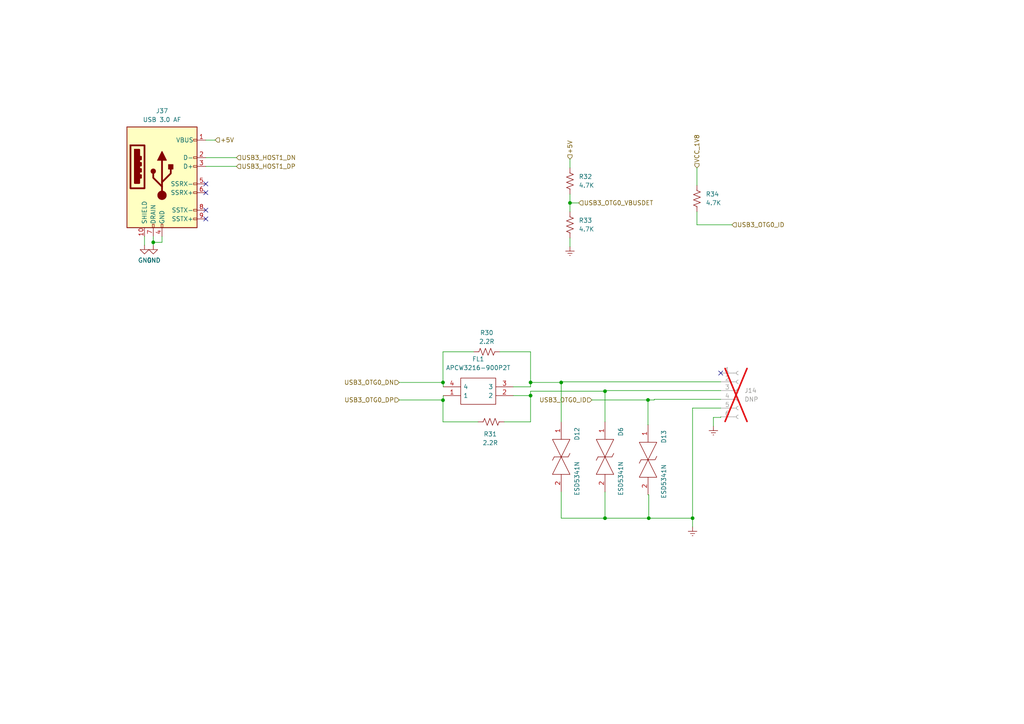
<source format=kicad_sch>
(kicad_sch (version 20231120) (generator "eeschema") (generator_version "8.0")
  (paper "A4")
  (lib_symbols
    (symbol "Connector:Conn_01x06_Socket" (pin_names (offset 1.016) hide)
      (property "Reference" "J" (at 0 7.62 0))
      (property "Value" "Conn_01x06_Socket" (at 0 -10.16 0))
      (symbol "Conn_01x06_Socket_1_1"
        (arc (start 0 -7.112) (mid -0.5058 -7.62) (end 0 -8.128) (stroke (width 0.1524)))
        (arc (start 0 -4.572) (mid -0.5058 -5.08) (end 0 -5.588) (stroke (width 0.1524)))
        (arc (start 0 -2.032) (mid -0.5058 -2.54) (end 0 -3.048) (stroke (width 0.1524)))
        (polyline (pts (xy -1.27 -7.62) (xy -0.508 -7.62)) (stroke (width 0.1524)))
        (polyline (pts (xy -1.27 -5.08) (xy -0.508 -5.08)) (stroke (width 0.1524)))
        (polyline (pts (xy -1.27 -2.54) (xy -0.508 -2.54)) (stroke (width 0.1524)))
        (polyline (pts (xy -1.27 0) (xy -0.508 0)) (stroke (width 0.1524)))
        (polyline (pts (xy -1.27 2.54) (xy -0.508 2.54)) (stroke (width 0.1524)))
        (polyline (pts (xy -1.27 5.08) (xy -0.508 5.08)) (stroke (width 0.1524)))
        (arc (start 0 0.508) (mid -0.5058 0) (end 0 -0.508) (stroke (width 0.1524)))
        (arc (start 0 3.048) (mid -0.5058 2.54) (end 0 2.032) (stroke (width 0.1524)))
        (arc (start 0 5.588) (mid -0.5058 5.08) (end 0 4.572) (stroke (width 0.1524)))
        (pin passive line (at -5.08 5.08 0) (length 3.81) (name "Pin_1") (number "1"))
        (pin passive line (at -5.08 2.54 0) (length 3.81) (name "Pin_2") (number "2"))
        (pin passive line (at -5.08 0 0) (length 3.81) (name "Pin_3") (number "3"))
        (pin passive line (at -5.08 -2.54 0) (length 3.81) (name "Pin_4") (number "4"))
        (pin passive line (at -5.08 -5.08 0) (length 3.81) (name "Pin_5") (number "5"))
        (pin passive line (at -5.08 -7.62 0) (length 3.81) (name "Pin_6") (number "6"))
      )
    )
    (symbol "Connector:USB3_A" (pin_names (offset 1.016))
      (property "Reference" "J" (at -10.16 15.24 0))
      (property "Value" "USB3_A" (at 10.16 15.24 0))
      (symbol "USB3_A_0_0"
        (rectangle (start -9.144 8.636) (end -5.08 -3.81) (stroke (width 0.508)))
        (rectangle (start -7.874 7.366) (end -6.604 -2.286) (stroke (width 0.508)) (fill (type outline)))
        (rectangle (start -6.35 0) (end -6.096 -0.762) (stroke (width 0.508)))
        (rectangle (start -6.35 1.778) (end -6.096 1.016) (stroke (width 0.508)))
        (rectangle (start -6.35 3.556) (end -6.096 2.794) (stroke (width 0.508)))
        (rectangle (start -6.35 5.334) (end -6.096 4.572) (stroke (width 0.508)))
        (rectangle (start -2.794 -15.24) (end -2.286 -14.224))
        (rectangle (start -0.254 -15.24) (end 0.254 -14.224))
        (rectangle (start 10.16 -12.446) (end 9.144 -12.954))
        (rectangle (start 10.16 -9.906) (end 9.144 -10.414))
        (rectangle (start 10.16 -4.826) (end 9.144 -5.334))
        (rectangle (start 10.16 -2.286) (end 9.144 -2.794))
        (rectangle (start 10.16 2.794) (end 9.144 2.286))
        (rectangle (start 10.16 5.334) (end 9.144 4.826))
        (rectangle (start 10.16 10.414) (end 9.144 9.906))
      )
      (symbol "USB3_A_0_1"
        (rectangle (start -10.16 13.97) (end 10.16 -15.24) (stroke (width 0.254)) (fill (type background)))
      )
      (symbol "USB3_A_1_1"
        (circle (center -2.54 1.143) (radius 0.635) (stroke (width 0.254)) (fill (type outline)))
        (circle (center 0 -5.842) (radius 1.27) (fill (type outline)))
        (polyline (pts (xy 0 -5.842) (xy 0 4.318)) (stroke (width 0.508)))
        (polyline (pts (xy 0 -3.302) (xy -2.54 -0.762) (xy -2.54 0.508)) (stroke (width 0.508)))
        (polyline (pts (xy 0 -2.032) (xy 2.54 0.508) (xy 2.54 1.778)) (stroke (width 0.508)))
        (polyline (pts (xy -1.27 4.318) (xy 0 6.858) (xy 1.27 4.318) (xy -1.27 4.318)) (stroke (width 0.254)) (fill (type outline)))
        (rectangle (start 1.905 1.778) (end 3.175 3.048) (stroke (width 0.254)) (fill (type outline)))
        (pin power_in line (at 12.7 10.16 180) (length 2.54) (name "VBUS") (number "1"))
        (pin passive line (at -5.08 -17.78 90) (length 2.54) (name "SHIELD") (number "10"))
        (pin bidirectional line (at 12.7 5.08 180) (length 2.54) (name "D-") (number "2"))
        (pin bidirectional line (at 12.7 2.54 180) (length 2.54) (name "D+") (number "3"))
        (pin power_in line (at 0 -17.78 90) (length 2.54) (name "GND") (number "4"))
        (pin output line (at 12.7 -2.54 180) (length 2.54) (name "SSRX-") (number "5"))
        (pin output line (at 12.7 -5.08 180) (length 2.54) (name "SSRX+") (number "6"))
        (pin passive line (at -2.54 -17.78 90) (length 2.54) (name "DRAIN") (number "7"))
        (pin input line (at 12.7 -10.16 180) (length 2.54) (name "SSTX-") (number "8"))
        (pin input line (at 12.7 -12.7 180) (length 2.54) (name "SSTX+") (number "9"))
      )
    )
    (symbol "DLW31SN900SQ2L:DLW31SN900SQ2L" (pin_names (offset 0.762))
      (property "Reference" "FL" (at 16.51 7.62 0))
      (property "Value" "DLW31SN900SQ2L" (at 16.51 5.08 0))
      (symbol "DLW31SN900SQ2L_0_0"
        (pin passive line (at 0 -2.54 0) (length 5.08) (name "1") (number "1"))
        (pin passive line (at 20.32 -2.54 180) (length 5.08) (name "2") (number "2"))
        (pin passive line (at 20.32 0 180) (length 5.08) (name "3") (number "3"))
        (pin passive line (at 0 0 0) (length 5.08) (name "4") (number "4"))
      )
      (symbol "DLW31SN900SQ2L_0_1"
        (polyline (pts (xy 5.08 2.54) (xy 15.24 2.54) (xy 15.24 -5.08) (xy 5.08 -5.08) (xy 5.08 2.54)) (stroke (width 0.1524)))
      )
    )
    (symbol "Device:R_US" (pin_numbers hide) (pin_names (offset 0))
      (property "Reference" "R" (at 2.54 0 90))
      (property "Value" "R_US" (at -2.54 0 90))
      (symbol "R_US_0_1"
        (polyline (pts (xy 0 -2.286) (xy 0 -2.54)))
        (polyline (pts (xy 0 2.286) (xy 0 2.54)))
        (polyline (pts (xy 0 -0.762) (xy 1.016 -1.143) (xy 0 -1.524) (xy -1.016 -1.905) (xy 0 -2.286)))
        (polyline (pts (xy 0 0.762) (xy 1.016 0.381) (xy 0 0) (xy -1.016 -0.381) (xy 0 -0.762)))
        (polyline (pts (xy 0 2.286) (xy 1.016 1.905) (xy 0 1.524) (xy -1.016 1.143) (xy 0 0.762)))
      )
      (symbol "R_US_1_1"
        (pin passive line (at 0 3.81 270) (length 1.27) (name "~") (number "1"))
        (pin passive line (at 0 -3.81 90) (length 1.27) (name "~") (number "2"))
      )
    )
    (symbol "SP0402B-ULC-01ETG:SP0402B-ULC-01ETG" (pin_names (offset 0.762))
      (property "Reference" "D" (at 12.7 8.89 0))
      (property "Value" "SP0402B-ULC-01ETG" (at 12.7 6.35 0))
      (symbol "SP0402B-ULC-01ETG_0_0"
        (pin passive line (at 0 0 0) (length 5.08) (name "~") (number "1"))
        (pin passive line (at 20.32 0 180) (length 5.08) (name "~") (number "2"))
      )
      (symbol "SP0402B-ULC-01ETG_0_1"
        (polyline (pts (xy 9.144 2.54) (xy 10.16 2.032)) (stroke (width 0.1524)))
        (polyline (pts (xy 10.16 -2.032) (xy 10.16 2.032)) (stroke (width 0.1524)))
        (polyline (pts (xy 10.16 -2.032) (xy 11.176 -2.54)) (stroke (width 0.1524)))
        (polyline (pts (xy 10.16 0) (xy 5.08 -2.54) (xy 5.08 2.54) (xy 10.16 0)) (stroke (width 0.1524)))
        (polyline (pts (xy 10.16 0) (xy 15.24 -2.54) (xy 15.24 2.54) (xy 10.16 0)) (stroke (width 0.1524)))
      )
    )
    (symbol "power:Earth" (power) (pin_names (offset 0))
      (symbol "Earth_0_1"
        (polyline (pts (xy -0.635 -1.905) (xy 0.635 -1.905)))
        (polyline (pts (xy -0.127 -2.54) (xy 0.127 -2.54)))
        (polyline (pts (xy 0 -1.27) (xy 0 0)))
        (polyline (pts (xy 1.27 -1.27) (xy -1.27 -1.27)))
      )
      (symbol "Earth_1_1"
        (pin power_in line (at 0 0 270) (length 0) hide (name "Earth") (number "1"))
      )
    )
    (symbol "power:GND" (power) (pin_names (offset 0))
      (property "Value" "GND" (at 0 -3.81 0))
      (symbol "GND_0_1"
        (polyline (pts (xy 0 0) (xy 0 -1.27) (xy 1.27 -1.27) (xy 0 -2.54) (xy -1.27 -1.27) (xy 0 -1.27)))
      )
      (symbol "GND_1_1"
        (pin power_in line (at 0 0 270) (length 0) hide (name "GND") (number "1"))
      )
    )
  )
  (junction (at 165.3132 58.8557))
  (junction (at 162.7732 110.9257))
  (junction (at 188.1675 150.2957))
  (junction (at 128.4832 110.9257))
  (junction (at 153.8832 114.7367))
  (junction (at 175.4732 150.2957))
  (junction (at 128.4832 116.0685))
  (junction (at 200.8732 150.2957))
  (junction (at 187.9431 116.0057))
  (junction (at 153.8832 110.9257))
  (junction (at 175.4732 113.4657))
  (junction (at 44.45 70.2855))
  (no_connect (at 59.69 53.34))
  (no_connect (at 209.042 108.204))
  (no_connect (at 59.69 63.5))
  (no_connect (at 59.69 60.96))
  (no_connect (at 59.69 55.88))
  (wire (pts (xy 62.406 40.64) (xy 59.69 40.64)))
  (wire (pts (xy 44.45 71.12) (xy 44.45 70.2855)))
  (wire (pts (xy 189.7619 115.824) (xy 209.042 115.824)))
  (wire (pts (xy 68.58 48.26) (xy 59.69 48.26)))
  (wire (pts (xy 202.1432 65.2057) (xy 212.3032 65.2057)))
  (wire (pts (xy 175.4732 150.2957) (xy 188.1675 150.2957)))
  (wire (pts (xy 62.406 40.5978) (xy 62.406 40.64)))
  (wire (pts (xy 153.8832 122.3557) (xy 146.2632 122.3557)))
  (wire (pts (xy 128.5532 112.1967) (xy 128.5532 110.9257)))
  (wire (pts (xy 128.5532 110.9257) (xy 128.4832 110.9257)))
  (wire (pts (xy 187.9431 123.19) (xy 187.96 123.19)))
  (wire (pts (xy 128.5532 116.0685) (xy 128.4832 116.0685)))
  (wire (pts (xy 165.3132 56.3157) (xy 165.3132 58.8557)))
  (wire (pts (xy 68.58 45.72) (xy 59.69 45.72)))
  (wire (pts (xy 128.5532 114.7367) (xy 128.5532 116.0685)))
  (wire (pts (xy 202.1432 48.6957) (xy 202.1432 53.7757)))
  (wire (pts (xy 46.99 68.58) (xy 46.99 70.2855)))
  (wire (pts (xy 162.7732 150.2957) (xy 175.4732 150.2957)))
  (wire (pts (xy 115.7832 116.0057) (xy 128.4832 116.0057)))
  (wire (pts (xy 188.1675 150.2957) (xy 188.1675 143.51)))
  (wire (pts (xy 162.7732 110.744) (xy 162.7732 110.9257)))
  (wire (pts (xy 162.7732 150.2957) (xy 162.7732 142.6757)))
  (wire (pts (xy 206.9135 121.0783) (xy 206.9135 123.6183)))
  (wire (pts (xy 162.7732 110.744) (xy 209.042 110.744)))
  (wire (pts (xy 175.4732 113.4657) (xy 175.4732 122.3557)))
  (wire (pts (xy 175.4732 113.4657) (xy 153.8832 113.4657)))
  (wire (pts (xy 153.8832 114.7367) (xy 153.8832 122.3557)))
  (wire (pts (xy 138.6432 122.3557) (xy 128.4832 122.3557)))
  (wire (pts (xy 128.4832 122.3557) (xy 128.4832 116.0685)))
  (wire (pts (xy 202.1432 61.3957) (xy 202.1432 65.2057)))
  (wire (pts (xy 137.3732 102.0357) (xy 128.4832 102.0357)))
  (wire (pts (xy 209.042 113.284) (xy 175.4732 113.284)))
  (wire (pts (xy 128.4832 102.0357) (xy 128.4832 110.9257)))
  (wire (pts (xy 162.7732 110.9257) (xy 162.7732 122.3557)))
  (wire (pts (xy 165.3132 69.0157) (xy 165.3132 71.5557)))
  (wire (pts (xy 128.4832 116.0685) (xy 128.4832 116.0057)))
  (wire (pts (xy 188.1675 143.51) (xy 187.96 143.51)))
  (wire (pts (xy 148.8732 112.1967) (xy 153.8832 112.1967)))
  (wire (pts (xy 209.042 121.0783) (xy 209.042 120.904)))
  (wire (pts (xy 46.99 70.2855) (xy 44.45 70.2855)))
  (wire (pts (xy 200.8732 150.2957) (xy 200.8732 152.8357)))
  (wire (pts (xy 187.9431 116.0057) (xy 187.9431 123.19)))
  (wire (pts (xy 189.7619 116.0057) (xy 187.9431 116.0057)))
  (wire (pts (xy 175.4732 113.284) (xy 175.4732 113.4657)))
  (wire (pts (xy 144.9932 102.0357) (xy 153.8832 102.0357)))
  (wire (pts (xy 188.1675 150.2957) (xy 200.8732 150.2957)))
  (wire (pts (xy 165.3132 58.8557) (xy 165.3132 61.3957)))
  (wire (pts (xy 200.8732 118.364) (xy 200.8732 150.2957)))
  (wire (pts (xy 175.4732 150.2957) (xy 175.4732 142.6757)))
  (wire (pts (xy 167.8532 58.8557) (xy 165.3132 58.8557)))
  (wire (pts (xy 171.6632 116.0057) (xy 187.9431 116.0057)))
  (wire (pts (xy 148.8732 114.7367) (xy 153.8832 114.7367)))
  (wire (pts (xy 206.9135 121.0783) (xy 209.042 121.0783)))
  (wire (pts (xy 153.8832 112.1967) (xy 153.8832 110.9257)))
  (wire (pts (xy 153.8832 102.0357) (xy 153.8832 110.9257)))
  (wire (pts (xy 153.8832 113.4657) (xy 153.8832 114.7367)))
  (wire (pts (xy 44.45 70.2855) (xy 44.45 68.58)))
  (wire (pts (xy 153.8832 110.9257) (xy 162.7732 110.9257)))
  (wire (pts (xy 189.7619 115.824) (xy 189.7619 116.0057)))
  (wire (pts (xy 209.042 118.364) (xy 200.8732 118.364)))
  (wire (pts (xy 115.7832 110.9257) (xy 128.4832 110.9257)))
  (wire (pts (xy 41.91 71.12) (xy 41.91 68.58)))
  (wire (pts (xy 165.3132 46.1557) (xy 165.3132 48.6957)))
  (hierarchical_label "VCC_1V8" (shape input) (at 202.1432 48.6957 90))
  (hierarchical_label "USB3_OTG0_ID" (shape input) (at 212.3032 65.2057 0))
  (hierarchical_label "USB3_HOST1_DP" (shape input) (at 68.58 48.26 0))
  (hierarchical_label "USB3_HOST1_DN" (shape input) (at 68.58 45.72 0))
  (hierarchical_label "+5V" (shape input) (at 165.3132 46.1557 90))
  (hierarchical_label "USB3_OTG0_ID" (shape input) (at 171.6632 116.0057 180))
  (hierarchical_label "USB3_OTG0_DP" (shape input) (at 115.7832 116.0057 180))
  (hierarchical_label "USB3_OTG0_VBUSDET" (shape input) (at 167.8532 58.8557 0))
  (hierarchical_label "+5V" (shape input) (at 62.406 40.5978 0))
  (hierarchical_label "USB3_OTG0_DN" (shape input) (at 115.7832 110.9257 180))
  (symbol (lib_id "SP0402B-ULC-01ETG:SP0402B-ULC-01ETG") (at 175.4732 122.3557 270) (unit 1)
    (property "Reference" "D6" (at 180.0452 123.8797 0) (effects (justify left)))
    (property "Value" "ESD5341N" (at 180.0452 133.7857 0) (effects (justify left)))
    (property "Footprint" "ESD5341N:ESD5341N" (effects (hide yes)))
    (property "Datasheet" "https://www.mouser.com/datasheet/2/240/Littelfuse_TVS_Diode_Array_Ultra_Low_Capacitance_D-1021420.pdf" (effects (hide yes)))
    (property "Description" "ESD Suppressors / TVS Diodes 5V .13pF 20kV" (effects (hide yes)))
    (property "Manufacturer_Name" "LITTELFUSE" (effects (hide yes)))
    (property "Manufacturer_Part_Number" "SP0402B-ULC-01ETG" (effects (hide yes)))
    (property "Mouser Part Number" "576-SP0402BULC-01ETG" (effects (hide yes)))
    (property "Mouser Price/Stock" "https://www.mouser.co.uk/ProductDetail/Littelfuse/SP0402B-ULC-01ETG?qs=lM4gFlnEeENx4cnTNlk34g%3D%3D" (effects (hide yes)))
    (property "Arrow Part Number" "SP0402B-ULC-01ETG" (effects (hide yes)))
    (property "Arrow Price/Stock" "https://www.arrow.com/en/products/sp0402b-ulc-01etg/littelfuse?region=nac" (effects (hide yes)))
    (property "MPN" "ESD5341N" (effects (hide yes)))
  )
  (symbol (lib_id "power:Earth") (at 200.8732 152.8357 0) (unit 1)
    (property "Reference" "#PWR073" (effects (hide yes)))
    (property "Value" "Earth" (effects (hide yes)))
    (property "Description" "Power symbol creates a global label with name \"Earth\"" (effects (hide yes)))
  )
  (symbol (lib_id "Connector:Conn_01x06_Socket") (at 214.122 113.284 0) (unit 1) (dnp yes)
    (property "Reference" "J14" (at 215.9 113.2839 0) (effects (justify left)))
    (property "Value" "DNP" (at 215.9 115.8239 0) (effects (justify left)))
    (property "Footprint" "Connector_PinSocket_2.00mm:PinSocket_1x06_P2.00mm_Vertical" (effects (hide yes)))
    (property "Description" "Generic connector, single row, 01x06, script generated" (effects (hide yes)))
  )
  (symbol (lib_id "SP0402B-ULC-01ETG:SP0402B-ULC-01ETG") (at 187.96 123.19 270) (unit 1)
    (property "Reference" "D13" (at 192.532 124.714 0) (effects (justify left)))
    (property "Value" "ESD5341N" (at 192.532 134.62 0) (effects (justify left)))
    (property "Footprint" "ESD5341N:ESD5341N" (effects (hide yes)))
    (property "Datasheet" "https://www.mouser.com/datasheet/2/240/Littelfuse_TVS_Diode_Array_Ultra_Low_Capacitance_D-1021420.pdf" (effects (hide yes)))
    (property "Description" "ESD Suppressors / TVS Diodes 5V .13pF 20kV" (effects (hide yes)))
    (property "Manufacturer_Name" "LITTELFUSE" (effects (hide yes)))
    (property "Manufacturer_Part_Number" "SP0402B-ULC-01ETG" (effects (hide yes)))
    (property "Mouser Part Number" "576-SP0402BULC-01ETG" (effects (hide yes)))
    (property "Mouser Price/Stock" "https://www.mouser.co.uk/ProductDetail/Littelfuse/SP0402B-ULC-01ETG?qs=lM4gFlnEeENx4cnTNlk34g%3D%3D" (effects (hide yes)))
    (property "Arrow Part Number" "SP0402B-ULC-01ETG" (effects (hide yes)))
    (property "Arrow Price/Stock" "https://www.arrow.com/en/products/sp0402b-ulc-01etg/littelfuse?region=nac" (effects (hide yes)))
    (property "MPN" "ESD5341N" (effects (hide yes)))
  )
  (symbol (lib_id "power:GND") (at 41.91 71.12 0) (unit 1)
    (property "Reference" "#PWR0144" (effects (hide yes)))
    (property "Value" "GND" (at 42.037 75.5142 0))
  )
  (symbol (lib_id "power:GND") (at 44.45 71.12 0) (unit 1)
    (property "Reference" "#PWR0223" (effects (hide yes)))
    (property "Value" "GND" (at 44.577 75.5142 0))
  )
  (symbol (lib_id "Device:R_US") (at 142.4532 122.3557 90) (unit 1)
    (property "Reference" "R31" (at 142.1992 125.9117 90))
    (property "Value" "2.2R" (at 142.1992 128.4517 90))
    (property "Footprint" "Resistor_SMD:R_0402_1005Metric" (effects (hide yes)))
    (property "Description" "Resistor, US symbol" (effects (hide yes)))
    (property "MPN" "0402WGF220KTCE" (effects (hide yes)))
  )
  (symbol (lib_id "Device:R_US") (at 202.1432 57.5857 0) (unit 1)
    (property "Reference" "R34" (at 204.6832 56.3156 0) (effects (justify left)))
    (property "Value" "4.7K" (at 204.6832 58.8556 0) (effects (justify left)))
    (property "Footprint" "Resistor_SMD:R_0603_1608Metric" (effects (hide yes)))
    (property "Description" "Resistor, US symbol" (effects (hide yes)))
    (property "MPN" "0603WAF4701T5E" (effects (hide yes)))
  )
  (symbol (lib_id "Device:R_US") (at 165.3132 65.2057 0) (unit 1)
    (property "Reference" "R33" (at 167.8532 63.9356 0) (effects (justify left)))
    (property "Value" "4.7K" (at 167.8532 66.4756 0) (effects (justify left)))
    (property "Footprint" "Resistor_SMD:R_0603_1608Metric" (effects (hide yes)))
    (property "Description" "Resistor, US symbol" (effects (hide yes)))
    (property "MPN" "0603WAF4701T5E" (effects (hide yes)))
  )
  (symbol (lib_id "Connector:USB3_A") (at 46.99 50.8 0) (unit 1)
    (property "Reference" "J37" (at 46.99 32.1733 0))
    (property "Value" "USB 3.0 AF" (at 46.99 34.7133 0))
    (property "Footprint" "footprint:CP-USB-3015" (effects (hide yes)))
    (property "Description" "USB 3.0 A connector" (effects (hide yes)))
    (property "MPN" "USB3.0 侧插" (effects (hide yes)))
  )
  (symbol (lib_id "DLW31SN900SQ2L:DLW31SN900SQ2L") (at 128.5532 112.1967 0) (unit 1)
    (property "Reference" "FL1" (at 138.7132 104.14 0))
    (property "Value" "APCW3216-900P2T" (at 138.7132 106.68 0))
    (property "Footprint" "DLW31SN900SQ2L:DLW31SH222SQ2L" (effects (hide yes)))
    (property "Datasheet" "https://www.murata.com/en-us/products/productdetail?partno=DLW31SN900SQ2%23" (effects (hide yes)))
    (property "Description" "Common mode choke SMD 1206 370mA 90R Murata DLW31S Series Wire-wound SMD Inductor +/-25% Wire-Wound 370mA Idc" (effects (hide yes)))
    (property "Height" "2.1" (effects (hide yes)))
    (property "Manufacturer_Name" "Murata Electronics" (effects (hide yes)))
    (property "Manufacturer_Part_Number" "DLW31SN900SQ2L" (effects (hide yes)))
    (property "Mouser Part Number" "81-DLW31SN900SQ2L" (effects (hide yes)))
    (property "Mouser Price/Stock" "https://www.mouser.co.uk/ProductDetail/Murata-Electronics/DLW31SN900SQ2L?qs=MvDi5e8ZjmVQKH%2F%2FPPGwmg%3D%3D" (effects (hide yes)))
    (property "Arrow Part Number" "DLW31SN900SQ2L" (effects (hide yes)))
    (property "Arrow Price/Stock" "https://www.arrow.com/en/products/dlw31sn900sq2l/murata-manufacturing?region=nac" (effects (hide yes)))
    (property "MPN" "APCW3216-900P2T" (effects (hide yes)))
  )
  (symbol (lib_id "power:Earth") (at 206.9135 123.6183 0) (unit 1)
    (property "Reference" "#PWR075" (effects (hide yes)))
    (property "Value" "Earth" (effects (hide yes)))
    (property "Description" "Power symbol creates a global label with name \"Earth\"" (effects (hide yes)))
  )
  (symbol (lib_id "SP0402B-ULC-01ETG:SP0402B-ULC-01ETG") (at 162.7732 122.3557 270) (unit 1)
    (property "Reference" "D12" (at 167.3452 123.8797 0) (effects (justify left)))
    (property "Value" "ESD5341N" (at 167.3452 133.7857 0) (effects (justify left)))
    (property "Footprint" "ESD5341N:ESD5341N" (effects (hide yes)))
    (property "Datasheet" "https://www.mouser.com/datasheet/2/240/Littelfuse_TVS_Diode_Array_Ultra_Low_Capacitance_D-1021420.pdf" (effects (hide yes)))
    (property "Description" "ESD Suppressors / TVS Diodes 5V .13pF 20kV" (effects (hide yes)))
    (property "Manufacturer_Name" "LITTELFUSE" (effects (hide yes)))
    (property "Manufacturer_Part_Number" "SP0402B-ULC-01ETG" (effects (hide yes)))
    (property "Mouser Part Number" "576-SP0402BULC-01ETG" (effects (hide yes)))
    (property "Mouser Price/Stock" "https://www.mouser.co.uk/ProductDetail/Littelfuse/SP0402B-ULC-01ETG?qs=lM4gFlnEeENx4cnTNlk34g%3D%3D" (effects (hide yes)))
    (property "Arrow Part Number" "SP0402B-ULC-01ETG" (effects (hide yes)))
    (property "Arrow Price/Stock" "https://www.arrow.com/en/products/sp0402b-ulc-01etg/littelfuse?region=nac" (effects (hide yes)))
    (property "MPN" "ESD5341N" (effects (hide yes)))
  )
  (symbol (lib_id "power:Earth") (at 165.3132 71.5557 0) (unit 1)
    (property "Reference" "#PWR072" (effects (hide yes)))
    (property "Value" "Earth" (effects (hide yes)))
    (property "Description" "Power symbol creates a global label with name \"Earth\"" (effects (hide yes)))
  )
  (symbol (lib_id "Device:R_US") (at 165.3132 52.5057 0) (unit 1)
    (property "Reference" "R32" (at 167.8532 51.2356 0) (effects (justify left)))
    (property "Value" "4.7K" (at 167.8532 53.7756 0) (effects (justify left)))
    (property "Footprint" "Resistor_SMD:R_0603_1608Metric" (effects (hide yes)))
    (property "Description" "Resistor, US symbol" (effects (hide yes)))
    (property "MPN" "0603WAF4701T5E" (effects (hide yes)))
  )
  (symbol (lib_id "Device:R_US") (at 141.1832 102.0357 90) (unit 1)
    (property "Reference" "R30" (at 141.1832 96.52 90))
    (property "Value" "2.2R" (at 141.1832 99.06 90))
    (property "Footprint" "Resistor_SMD:R_0402_1005Metric" (effects (hide yes)))
    (property "Description" "Resistor, US symbol" (effects (hide yes)))
    (property "MPN" "0402WGF220KTCE" (effects (hide yes)))
  )
)
</source>
